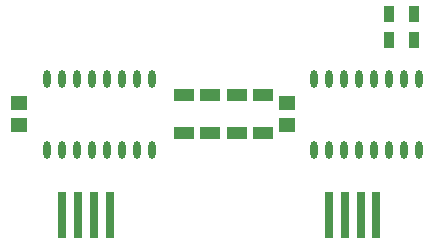
<source format=gtp>
G04 Layer_Color=8421504*
%FSTAX24Y24*%
%MOIN*%
G70*
G01*
G75*
%ADD10R,0.0689X0.0394*%
%ADD11R,0.0551X0.0453*%
%ADD12O,0.0236X0.0591*%
%ADD13R,0.0315X0.1575*%
%ADD14R,0.0354X0.0532*%
D10*
X060512Y036378D02*
D03*
Y037638D02*
D03*
X059636Y036378D02*
D03*
Y037638D02*
D03*
X061388Y036378D02*
D03*
Y037638D02*
D03*
X05876Y036378D02*
D03*
Y037638D02*
D03*
D11*
X053248Y037372D02*
D03*
Y036644D02*
D03*
X062205Y037372D02*
D03*
Y036644D02*
D03*
D12*
X063102Y035827D02*
D03*
X063602D02*
D03*
X064102D02*
D03*
X064602D02*
D03*
X065102D02*
D03*
X065602D02*
D03*
X066102D02*
D03*
X066602D02*
D03*
Y038188D02*
D03*
X066102D02*
D03*
X065602D02*
D03*
X065102D02*
D03*
X064602D02*
D03*
X064102D02*
D03*
X063602D02*
D03*
X063102D02*
D03*
X054205Y035827D02*
D03*
X054705D02*
D03*
X055205D02*
D03*
X055705D02*
D03*
X056205D02*
D03*
X056705D02*
D03*
X057205D02*
D03*
X057705D02*
D03*
Y038188D02*
D03*
X057205D02*
D03*
X056705D02*
D03*
X056205D02*
D03*
X055705D02*
D03*
X055205D02*
D03*
X054705D02*
D03*
X054205D02*
D03*
D13*
X063602Y033661D02*
D03*
X064127D02*
D03*
X064652D02*
D03*
X065177D02*
D03*
X054705D02*
D03*
X05523D02*
D03*
X055755D02*
D03*
X05628D02*
D03*
D14*
X065602Y040354D02*
D03*
X066429D02*
D03*
X065602Y039469D02*
D03*
X066429D02*
D03*
M02*

</source>
